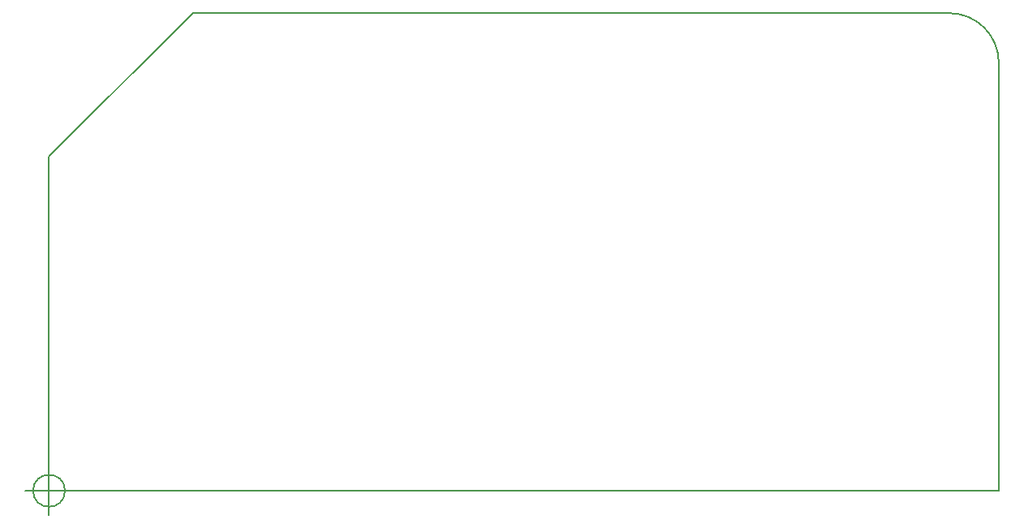
<source format=gm1>
G04 #@! TF.GenerationSoftware,KiCad,Pcbnew,6.0.7-f9a2dced07~116~ubuntu22.04.1*
G04 #@! TF.CreationDate,2022-09-25T15:05:22-07:00*
G04 #@! TF.ProjectId,rc2014compat-pico-vga,72633230-3134-4636-9f6d-7061742d7069,rev?*
G04 #@! TF.SameCoordinates,Original*
G04 #@! TF.FileFunction,Profile,NP*
%FSLAX46Y46*%
G04 Gerber Fmt 4.6, Leading zero omitted, Abs format (unit mm)*
G04 Created by KiCad (PCBNEW 6.0.7-f9a2dced07~116~ubuntu22.04.1) date 2022-09-25 15:05:22*
%MOMM*%
%LPD*%
G01*
G04 APERTURE LIST*
G04 #@! TA.AperFunction,Profile*
%ADD10C,0.150000*%
G04 #@! TD*
G04 APERTURE END LIST*
D10*
X153898600Y-118516400D02*
X153898600Y-153365200D01*
X253000000Y-108685000D02*
G75*
G03*
X247818400Y-103505000I-5180800J-800D01*
G01*
X253000000Y-108685000D02*
X253000000Y-153365200D01*
X153898600Y-153365200D02*
X253000000Y-153365200D01*
X168910000Y-103505000D02*
X153898600Y-118516400D01*
X247818400Y-103505000D02*
X168910000Y-103505000D01*
X155565266Y-153365200D02*
G75*
G03*
X155565266Y-153365200I-1666666J0D01*
G01*
X151398600Y-153365200D02*
X156398600Y-153365200D01*
X153898600Y-150865200D02*
X153898600Y-155865200D01*
M02*

</source>
